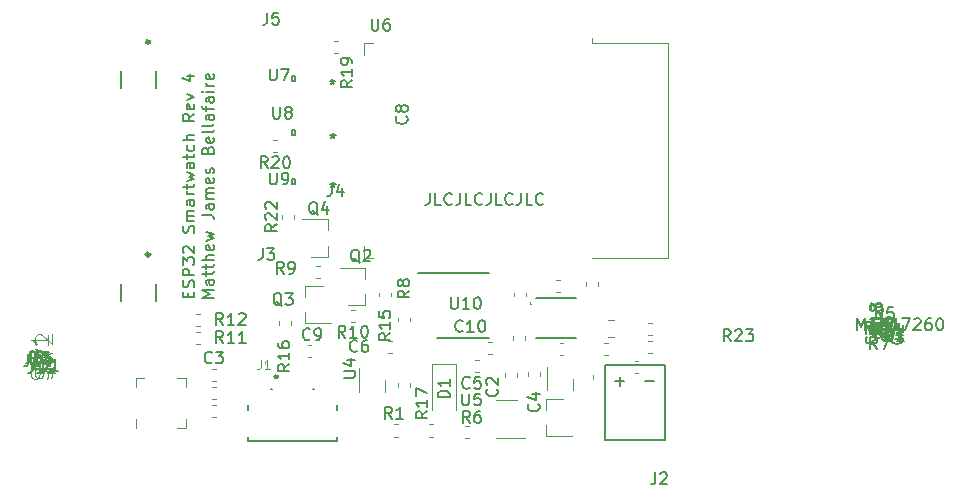
<source format=gbr>
G04 #@! TF.GenerationSoftware,KiCad,Pcbnew,(5.1.5)-3*
G04 #@! TF.CreationDate,2020-05-11T12:36:13-04:00*
G04 #@! TF.ProjectId,SmartWatch V4,536d6172-7457-4617-9463-682056342e6b,rev?*
G04 #@! TF.SameCoordinates,Original*
G04 #@! TF.FileFunction,Legend,Top*
G04 #@! TF.FilePolarity,Positive*
%FSLAX46Y46*%
G04 Gerber Fmt 4.6, Leading zero omitted, Abs format (unit mm)*
G04 Created by KiCad (PCBNEW (5.1.5)-3) date 2020-05-11 12:36:13*
%MOMM*%
%LPD*%
G04 APERTURE LIST*
%ADD10C,0.150000*%
%ADD11C,0.152400*%
%ADD12C,0.120000*%
%ADD13C,0.127000*%
%ADD14C,0.300000*%
%ADD15C,0.015000*%
G04 APERTURE END LIST*
D10*
X149584352Y-76007980D02*
X149584352Y-76722266D01*
X149536733Y-76865123D01*
X149441495Y-76960361D01*
X149298638Y-77007980D01*
X149203400Y-77007980D01*
X150536733Y-77007980D02*
X150060542Y-77007980D01*
X150060542Y-76007980D01*
X151441495Y-76912742D02*
X151393876Y-76960361D01*
X151251019Y-77007980D01*
X151155780Y-77007980D01*
X151012923Y-76960361D01*
X150917685Y-76865123D01*
X150870066Y-76769885D01*
X150822447Y-76579409D01*
X150822447Y-76436552D01*
X150870066Y-76246076D01*
X150917685Y-76150838D01*
X151012923Y-76055600D01*
X151155780Y-76007980D01*
X151251019Y-76007980D01*
X151393876Y-76055600D01*
X151441495Y-76103219D01*
X152155780Y-76007980D02*
X152155780Y-76722266D01*
X152108161Y-76865123D01*
X152012923Y-76960361D01*
X151870066Y-77007980D01*
X151774828Y-77007980D01*
X153108161Y-77007980D02*
X152631971Y-77007980D01*
X152631971Y-76007980D01*
X154012923Y-76912742D02*
X153965304Y-76960361D01*
X153822447Y-77007980D01*
X153727209Y-77007980D01*
X153584352Y-76960361D01*
X153489114Y-76865123D01*
X153441495Y-76769885D01*
X153393876Y-76579409D01*
X153393876Y-76436552D01*
X153441495Y-76246076D01*
X153489114Y-76150838D01*
X153584352Y-76055600D01*
X153727209Y-76007980D01*
X153822447Y-76007980D01*
X153965304Y-76055600D01*
X154012923Y-76103219D01*
X154727209Y-76007980D02*
X154727209Y-76722266D01*
X154679590Y-76865123D01*
X154584352Y-76960361D01*
X154441495Y-77007980D01*
X154346257Y-77007980D01*
X155679590Y-77007980D02*
X155203400Y-77007980D01*
X155203400Y-76007980D01*
X156584352Y-76912742D02*
X156536733Y-76960361D01*
X156393876Y-77007980D01*
X156298638Y-77007980D01*
X156155780Y-76960361D01*
X156060542Y-76865123D01*
X156012923Y-76769885D01*
X155965304Y-76579409D01*
X155965304Y-76436552D01*
X156012923Y-76246076D01*
X156060542Y-76150838D01*
X156155780Y-76055600D01*
X156298638Y-76007980D01*
X156393876Y-76007980D01*
X156536733Y-76055600D01*
X156584352Y-76103219D01*
X157298638Y-76007980D02*
X157298638Y-76722266D01*
X157251019Y-76865123D01*
X157155780Y-76960361D01*
X157012923Y-77007980D01*
X156917685Y-77007980D01*
X158251019Y-77007980D02*
X157774828Y-77007980D01*
X157774828Y-76007980D01*
X159155780Y-76912742D02*
X159108161Y-76960361D01*
X158965304Y-77007980D01*
X158870066Y-77007980D01*
X158727209Y-76960361D01*
X158631971Y-76865123D01*
X158584352Y-76769885D01*
X158536733Y-76579409D01*
X158536733Y-76436552D01*
X158584352Y-76246076D01*
X158631971Y-76150838D01*
X158727209Y-76055600D01*
X158870066Y-76007980D01*
X158965304Y-76007980D01*
X159108161Y-76055600D01*
X159155780Y-76103219D01*
X129126171Y-84817361D02*
X129126171Y-84484028D01*
X129649980Y-84341171D02*
X129649980Y-84817361D01*
X128649980Y-84817361D01*
X128649980Y-84341171D01*
X129602361Y-83960219D02*
X129649980Y-83817361D01*
X129649980Y-83579266D01*
X129602361Y-83484028D01*
X129554742Y-83436409D01*
X129459504Y-83388790D01*
X129364266Y-83388790D01*
X129269028Y-83436409D01*
X129221409Y-83484028D01*
X129173790Y-83579266D01*
X129126171Y-83769742D01*
X129078552Y-83864980D01*
X129030933Y-83912600D01*
X128935695Y-83960219D01*
X128840457Y-83960219D01*
X128745219Y-83912600D01*
X128697600Y-83864980D01*
X128649980Y-83769742D01*
X128649980Y-83531647D01*
X128697600Y-83388790D01*
X129649980Y-82960219D02*
X128649980Y-82960219D01*
X128649980Y-82579266D01*
X128697600Y-82484028D01*
X128745219Y-82436409D01*
X128840457Y-82388790D01*
X128983314Y-82388790D01*
X129078552Y-82436409D01*
X129126171Y-82484028D01*
X129173790Y-82579266D01*
X129173790Y-82960219D01*
X128649980Y-82055457D02*
X128649980Y-81436409D01*
X129030933Y-81769742D01*
X129030933Y-81626885D01*
X129078552Y-81531647D01*
X129126171Y-81484028D01*
X129221409Y-81436409D01*
X129459504Y-81436409D01*
X129554742Y-81484028D01*
X129602361Y-81531647D01*
X129649980Y-81626885D01*
X129649980Y-81912600D01*
X129602361Y-82007838D01*
X129554742Y-82055457D01*
X128745219Y-81055457D02*
X128697600Y-81007838D01*
X128649980Y-80912600D01*
X128649980Y-80674504D01*
X128697600Y-80579266D01*
X128745219Y-80531647D01*
X128840457Y-80484028D01*
X128935695Y-80484028D01*
X129078552Y-80531647D01*
X129649980Y-81103076D01*
X129649980Y-80484028D01*
X129602361Y-79341171D02*
X129649980Y-79198314D01*
X129649980Y-78960219D01*
X129602361Y-78864980D01*
X129554742Y-78817361D01*
X129459504Y-78769742D01*
X129364266Y-78769742D01*
X129269028Y-78817361D01*
X129221409Y-78864980D01*
X129173790Y-78960219D01*
X129126171Y-79150695D01*
X129078552Y-79245933D01*
X129030933Y-79293552D01*
X128935695Y-79341171D01*
X128840457Y-79341171D01*
X128745219Y-79293552D01*
X128697600Y-79245933D01*
X128649980Y-79150695D01*
X128649980Y-78912600D01*
X128697600Y-78769742D01*
X129649980Y-78341171D02*
X128983314Y-78341171D01*
X129078552Y-78341171D02*
X129030933Y-78293552D01*
X128983314Y-78198314D01*
X128983314Y-78055457D01*
X129030933Y-77960219D01*
X129126171Y-77912600D01*
X129649980Y-77912600D01*
X129126171Y-77912600D02*
X129030933Y-77864980D01*
X128983314Y-77769742D01*
X128983314Y-77626885D01*
X129030933Y-77531647D01*
X129126171Y-77484028D01*
X129649980Y-77484028D01*
X129649980Y-76579266D02*
X129126171Y-76579266D01*
X129030933Y-76626885D01*
X128983314Y-76722123D01*
X128983314Y-76912600D01*
X129030933Y-77007838D01*
X129602361Y-76579266D02*
X129649980Y-76674504D01*
X129649980Y-76912600D01*
X129602361Y-77007838D01*
X129507123Y-77055457D01*
X129411885Y-77055457D01*
X129316647Y-77007838D01*
X129269028Y-76912600D01*
X129269028Y-76674504D01*
X129221409Y-76579266D01*
X129649980Y-76103076D02*
X128983314Y-76103076D01*
X129173790Y-76103076D02*
X129078552Y-76055457D01*
X129030933Y-76007838D01*
X128983314Y-75912600D01*
X128983314Y-75817361D01*
X128983314Y-75626885D02*
X128983314Y-75245933D01*
X128649980Y-75484028D02*
X129507123Y-75484028D01*
X129602361Y-75436409D01*
X129649980Y-75341171D01*
X129649980Y-75245933D01*
X128983314Y-75007838D02*
X129649980Y-74817361D01*
X129173790Y-74626885D01*
X129649980Y-74436409D01*
X128983314Y-74245933D01*
X129649980Y-73436409D02*
X129126171Y-73436409D01*
X129030933Y-73484028D01*
X128983314Y-73579266D01*
X128983314Y-73769742D01*
X129030933Y-73864980D01*
X129602361Y-73436409D02*
X129649980Y-73531647D01*
X129649980Y-73769742D01*
X129602361Y-73864980D01*
X129507123Y-73912600D01*
X129411885Y-73912600D01*
X129316647Y-73864980D01*
X129269028Y-73769742D01*
X129269028Y-73531647D01*
X129221409Y-73436409D01*
X128983314Y-73103076D02*
X128983314Y-72722123D01*
X128649980Y-72960219D02*
X129507123Y-72960219D01*
X129602361Y-72912600D01*
X129649980Y-72817361D01*
X129649980Y-72722123D01*
X129602361Y-71960219D02*
X129649980Y-72055457D01*
X129649980Y-72245933D01*
X129602361Y-72341171D01*
X129554742Y-72388790D01*
X129459504Y-72436409D01*
X129173790Y-72436409D01*
X129078552Y-72388790D01*
X129030933Y-72341171D01*
X128983314Y-72245933D01*
X128983314Y-72055457D01*
X129030933Y-71960219D01*
X129649980Y-71531647D02*
X128649980Y-71531647D01*
X129649980Y-71103076D02*
X129126171Y-71103076D01*
X129030933Y-71150695D01*
X128983314Y-71245933D01*
X128983314Y-71388790D01*
X129030933Y-71484028D01*
X129078552Y-71531647D01*
X129649980Y-69293552D02*
X129173790Y-69626885D01*
X129649980Y-69864980D02*
X128649980Y-69864980D01*
X128649980Y-69484028D01*
X128697600Y-69388790D01*
X128745219Y-69341171D01*
X128840457Y-69293552D01*
X128983314Y-69293552D01*
X129078552Y-69341171D01*
X129126171Y-69388790D01*
X129173790Y-69484028D01*
X129173790Y-69864980D01*
X129602361Y-68484028D02*
X129649980Y-68579266D01*
X129649980Y-68769742D01*
X129602361Y-68864980D01*
X129507123Y-68912600D01*
X129126171Y-68912600D01*
X129030933Y-68864980D01*
X128983314Y-68769742D01*
X128983314Y-68579266D01*
X129030933Y-68484028D01*
X129126171Y-68436409D01*
X129221409Y-68436409D01*
X129316647Y-68912600D01*
X128983314Y-68103076D02*
X129649980Y-67864980D01*
X128983314Y-67626885D01*
X128983314Y-66055457D02*
X129649980Y-66055457D01*
X128602361Y-66293552D02*
X129316647Y-66531647D01*
X129316647Y-65912600D01*
X131299980Y-84888790D02*
X130299980Y-84888790D01*
X131014266Y-84555457D01*
X130299980Y-84222123D01*
X131299980Y-84222123D01*
X131299980Y-83317361D02*
X130776171Y-83317361D01*
X130680933Y-83364980D01*
X130633314Y-83460219D01*
X130633314Y-83650695D01*
X130680933Y-83745933D01*
X131252361Y-83317361D02*
X131299980Y-83412600D01*
X131299980Y-83650695D01*
X131252361Y-83745933D01*
X131157123Y-83793552D01*
X131061885Y-83793552D01*
X130966647Y-83745933D01*
X130919028Y-83650695D01*
X130919028Y-83412600D01*
X130871409Y-83317361D01*
X130633314Y-82984028D02*
X130633314Y-82603076D01*
X130299980Y-82841171D02*
X131157123Y-82841171D01*
X131252361Y-82793552D01*
X131299980Y-82698314D01*
X131299980Y-82603076D01*
X130633314Y-82412600D02*
X130633314Y-82031647D01*
X130299980Y-82269742D02*
X131157123Y-82269742D01*
X131252361Y-82222123D01*
X131299980Y-82126885D01*
X131299980Y-82031647D01*
X131299980Y-81698314D02*
X130299980Y-81698314D01*
X131299980Y-81269742D02*
X130776171Y-81269742D01*
X130680933Y-81317361D01*
X130633314Y-81412600D01*
X130633314Y-81555457D01*
X130680933Y-81650695D01*
X130728552Y-81698314D01*
X131252361Y-80412600D02*
X131299980Y-80507838D01*
X131299980Y-80698314D01*
X131252361Y-80793552D01*
X131157123Y-80841171D01*
X130776171Y-80841171D01*
X130680933Y-80793552D01*
X130633314Y-80698314D01*
X130633314Y-80507838D01*
X130680933Y-80412600D01*
X130776171Y-80364980D01*
X130871409Y-80364980D01*
X130966647Y-80841171D01*
X130633314Y-80031647D02*
X131299980Y-79841171D01*
X130823790Y-79650695D01*
X131299980Y-79460219D01*
X130633314Y-79269742D01*
X130299980Y-77841171D02*
X131014266Y-77841171D01*
X131157123Y-77888790D01*
X131252361Y-77984028D01*
X131299980Y-78126885D01*
X131299980Y-78222123D01*
X131299980Y-76936409D02*
X130776171Y-76936409D01*
X130680933Y-76984028D01*
X130633314Y-77079266D01*
X130633314Y-77269742D01*
X130680933Y-77364980D01*
X131252361Y-76936409D02*
X131299980Y-77031647D01*
X131299980Y-77269742D01*
X131252361Y-77364980D01*
X131157123Y-77412600D01*
X131061885Y-77412600D01*
X130966647Y-77364980D01*
X130919028Y-77269742D01*
X130919028Y-77031647D01*
X130871409Y-76936409D01*
X131299980Y-76460219D02*
X130633314Y-76460219D01*
X130728552Y-76460219D02*
X130680933Y-76412600D01*
X130633314Y-76317361D01*
X130633314Y-76174504D01*
X130680933Y-76079266D01*
X130776171Y-76031647D01*
X131299980Y-76031647D01*
X130776171Y-76031647D02*
X130680933Y-75984028D01*
X130633314Y-75888790D01*
X130633314Y-75745933D01*
X130680933Y-75650695D01*
X130776171Y-75603076D01*
X131299980Y-75603076D01*
X131252361Y-74745933D02*
X131299980Y-74841171D01*
X131299980Y-75031647D01*
X131252361Y-75126885D01*
X131157123Y-75174504D01*
X130776171Y-75174504D01*
X130680933Y-75126885D01*
X130633314Y-75031647D01*
X130633314Y-74841171D01*
X130680933Y-74745933D01*
X130776171Y-74698314D01*
X130871409Y-74698314D01*
X130966647Y-75174504D01*
X131252361Y-74317361D02*
X131299980Y-74222123D01*
X131299980Y-74031647D01*
X131252361Y-73936409D01*
X131157123Y-73888790D01*
X131109504Y-73888790D01*
X131014266Y-73936409D01*
X130966647Y-74031647D01*
X130966647Y-74174504D01*
X130919028Y-74269742D01*
X130823790Y-74317361D01*
X130776171Y-74317361D01*
X130680933Y-74269742D01*
X130633314Y-74174504D01*
X130633314Y-74031647D01*
X130680933Y-73936409D01*
X130776171Y-72364980D02*
X130823790Y-72222123D01*
X130871409Y-72174504D01*
X130966647Y-72126885D01*
X131109504Y-72126885D01*
X131204742Y-72174504D01*
X131252361Y-72222123D01*
X131299980Y-72317361D01*
X131299980Y-72698314D01*
X130299980Y-72698314D01*
X130299980Y-72364980D01*
X130347600Y-72269742D01*
X130395219Y-72222123D01*
X130490457Y-72174504D01*
X130585695Y-72174504D01*
X130680933Y-72222123D01*
X130728552Y-72269742D01*
X130776171Y-72364980D01*
X130776171Y-72698314D01*
X131252361Y-71317361D02*
X131299980Y-71412600D01*
X131299980Y-71603076D01*
X131252361Y-71698314D01*
X131157123Y-71745933D01*
X130776171Y-71745933D01*
X130680933Y-71698314D01*
X130633314Y-71603076D01*
X130633314Y-71412600D01*
X130680933Y-71317361D01*
X130776171Y-71269742D01*
X130871409Y-71269742D01*
X130966647Y-71745933D01*
X131299980Y-70698314D02*
X131252361Y-70793552D01*
X131157123Y-70841171D01*
X130299980Y-70841171D01*
X131299980Y-70174504D02*
X131252361Y-70269742D01*
X131157123Y-70317361D01*
X130299980Y-70317361D01*
X131299980Y-69364980D02*
X130776171Y-69364980D01*
X130680933Y-69412600D01*
X130633314Y-69507838D01*
X130633314Y-69698314D01*
X130680933Y-69793552D01*
X131252361Y-69364980D02*
X131299980Y-69460219D01*
X131299980Y-69698314D01*
X131252361Y-69793552D01*
X131157123Y-69841171D01*
X131061885Y-69841171D01*
X130966647Y-69793552D01*
X130919028Y-69698314D01*
X130919028Y-69460219D01*
X130871409Y-69364980D01*
X130633314Y-69031647D02*
X130633314Y-68650695D01*
X131299980Y-68888790D02*
X130442838Y-68888790D01*
X130347600Y-68841171D01*
X130299980Y-68745933D01*
X130299980Y-68650695D01*
X131299980Y-67888790D02*
X130776171Y-67888790D01*
X130680933Y-67936409D01*
X130633314Y-68031647D01*
X130633314Y-68222123D01*
X130680933Y-68317361D01*
X131252361Y-67888790D02*
X131299980Y-67984028D01*
X131299980Y-68222123D01*
X131252361Y-68317361D01*
X131157123Y-68364980D01*
X131061885Y-68364980D01*
X130966647Y-68317361D01*
X130919028Y-68222123D01*
X130919028Y-67984028D01*
X130871409Y-67888790D01*
X131299980Y-67412600D02*
X130633314Y-67412600D01*
X130299980Y-67412600D02*
X130347600Y-67460219D01*
X130395219Y-67412600D01*
X130347600Y-67364980D01*
X130299980Y-67412600D01*
X130395219Y-67412600D01*
X131299980Y-66936409D02*
X130633314Y-66936409D01*
X130823790Y-66936409D02*
X130728552Y-66888790D01*
X130680933Y-66841171D01*
X130633314Y-66745933D01*
X130633314Y-66650695D01*
X131252361Y-65936409D02*
X131299980Y-66031647D01*
X131299980Y-66222123D01*
X131252361Y-66317361D01*
X131157123Y-66364980D01*
X130776171Y-66364980D01*
X130680933Y-66317361D01*
X130633314Y-66222123D01*
X130633314Y-66031647D01*
X130680933Y-65936409D01*
X130776171Y-65888790D01*
X130871409Y-65888790D01*
X130966647Y-66364980D01*
D11*
X158175042Y-85413949D02*
G75*
G03X158118200Y-85287000I-56842J50749D01*
G01*
X161950400Y-84886800D02*
X158597600Y-84886800D01*
X158597600Y-88239600D02*
X161950400Y-88239600D01*
D12*
X165183078Y-86767600D02*
X164665922Y-86767600D01*
X165183078Y-88187600D02*
X164665922Y-88187600D01*
X164302121Y-89689400D02*
X164627679Y-89689400D01*
X164302121Y-88669400D02*
X164627679Y-88669400D01*
X131455279Y-92454000D02*
X131129721Y-92454000D01*
X131455279Y-93474000D02*
X131129721Y-93474000D01*
X131455279Y-93978000D02*
X131129721Y-93978000D01*
X131455279Y-94998000D02*
X131129721Y-94998000D01*
X124686800Y-95161800D02*
X124686800Y-95886800D01*
X128906800Y-91666800D02*
X128181800Y-91666800D01*
X128906800Y-92391800D02*
X128906800Y-91666800D01*
X128906800Y-95886800D02*
X128181800Y-95886800D01*
X128906800Y-95161800D02*
X128906800Y-95886800D01*
X124686800Y-91666800D02*
X125411800Y-91666800D01*
X124686800Y-92391800D02*
X124686800Y-91666800D01*
D10*
X148625000Y-82750000D02*
X154600000Y-82750000D01*
X150200000Y-88275000D02*
X154600000Y-88275000D01*
D11*
X138166400Y-75190500D02*
X137912400Y-75190500D01*
X138166400Y-74809500D02*
X138166400Y-75190500D01*
X137912400Y-74809500D02*
X138166400Y-74809500D01*
X137912400Y-75190500D02*
X137912400Y-74809500D01*
X138166400Y-71040500D02*
X137912400Y-71040500D01*
X138166400Y-70659500D02*
X138166400Y-71040500D01*
X137912400Y-70659500D02*
X138166400Y-70659500D01*
X137912400Y-71040500D02*
X137912400Y-70659500D01*
X138140300Y-66490499D02*
X137886300Y-66490499D01*
X138140300Y-66109499D02*
X138140300Y-66490499D01*
X137886300Y-66109499D02*
X138140300Y-66109499D01*
X137886300Y-66490499D02*
X137886300Y-66109499D01*
D12*
X163295000Y-63280000D02*
X163295000Y-62900000D01*
X169715000Y-63280000D02*
X163295000Y-63280000D01*
X169715000Y-81520000D02*
X163295000Y-81520000D01*
X169715000Y-63280000D02*
X169715000Y-81520000D01*
X143970000Y-81520000D02*
X143970000Y-80520000D01*
X144750000Y-81520000D02*
X143970000Y-81520000D01*
X143970000Y-63280000D02*
X143970000Y-64280000D01*
X144750000Y-63280000D02*
X143970000Y-63280000D01*
X155200000Y-96760000D02*
X157650000Y-96760000D01*
X157000000Y-93540000D02*
X155200000Y-93540000D01*
X143578800Y-90800000D02*
X143578800Y-92800000D01*
X145798800Y-91800000D02*
X145798800Y-92800000D01*
X161710000Y-91700000D02*
X161710000Y-92700000D01*
X159490000Y-90700000D02*
X159490000Y-92700000D01*
D13*
X126375000Y-83666000D02*
X126375000Y-85134000D01*
X123475000Y-85134000D02*
X123475000Y-83666000D01*
D14*
X125866419Y-81200000D02*
G75*
G03X125866419Y-81200000I-141419J0D01*
G01*
D13*
X126375000Y-65666000D02*
X126375000Y-67134000D01*
X123475000Y-67134000D02*
X123475000Y-65666000D01*
D14*
X125866419Y-63200000D02*
G75*
G03X125866419Y-63200000I-141419J0D01*
G01*
D12*
X137090000Y-77837221D02*
X137090000Y-78162779D01*
X138110000Y-77837221D02*
X138110000Y-78162779D01*
X157660000Y-88462779D02*
X157660000Y-88137221D01*
X156640000Y-88462779D02*
X156640000Y-88137221D01*
X136650279Y-71490000D02*
X136324721Y-71490000D01*
X136650279Y-72510000D02*
X136324721Y-72510000D01*
X141775279Y-63090000D02*
X141449721Y-63090000D01*
X141775279Y-64110000D02*
X141449721Y-64110000D01*
X162812000Y-83530121D02*
X162812000Y-83855679D01*
X163832000Y-83530121D02*
X163832000Y-83855679D01*
X149549721Y-96610000D02*
X149875279Y-96610000D01*
X149549721Y-95590000D02*
X149875279Y-95590000D01*
X137810000Y-87150279D02*
X137810000Y-86824721D01*
X136790000Y-87150279D02*
X136790000Y-86824721D01*
X146310000Y-84750279D02*
X146310000Y-84424721D01*
X145290000Y-84750279D02*
X145290000Y-84424721D01*
X160263521Y-84380800D02*
X160589079Y-84380800D01*
X160263521Y-83360800D02*
X160589079Y-83360800D01*
X156716000Y-84424721D02*
X156716000Y-84750279D01*
X157736000Y-84424721D02*
X157736000Y-84750279D01*
X130083879Y-86205600D02*
X129758321Y-86205600D01*
X130083879Y-87225600D02*
X129758321Y-87225600D01*
X130083879Y-87729600D02*
X129758321Y-87729600D01*
X130083879Y-88749600D02*
X129758321Y-88749600D01*
X142889921Y-86930960D02*
X143215479Y-86930960D01*
X142889921Y-85910960D02*
X143215479Y-85910960D01*
X140312779Y-82190000D02*
X139987221Y-82190000D01*
X140312779Y-83210000D02*
X139987221Y-83210000D01*
X146890000Y-86537221D02*
X146890000Y-86862779D01*
X147910000Y-86537221D02*
X147910000Y-86862779D01*
X160899479Y-88690000D02*
X160573921Y-88690000D01*
X160899479Y-89710000D02*
X160573921Y-89710000D01*
X152872559Y-95720440D02*
X152547001Y-95720440D01*
X152872559Y-96740440D02*
X152547001Y-96740440D01*
X168412279Y-88517000D02*
X168086721Y-88517000D01*
X168412279Y-89537000D02*
X168086721Y-89537000D01*
X168086721Y-88013000D02*
X168412279Y-88013000D01*
X168086721Y-86993000D02*
X168412279Y-86993000D01*
X146850279Y-95590000D02*
X146524721Y-95590000D01*
X146850279Y-96610000D02*
X146524721Y-96610000D01*
X140960000Y-81380000D02*
X139500000Y-81380000D01*
X140960000Y-78220000D02*
X138800000Y-78220000D01*
X140960000Y-78220000D02*
X140960000Y-79150000D01*
X140960000Y-81380000D02*
X140960000Y-80450000D01*
X139040000Y-83830000D02*
X140500000Y-83830000D01*
X139040000Y-86990000D02*
X141200000Y-86990000D01*
X139040000Y-86990000D02*
X139040000Y-86060000D01*
X139040000Y-83830000D02*
X139040000Y-84760000D01*
X144121920Y-85481320D02*
X142661920Y-85481320D01*
X144121920Y-82321320D02*
X141961920Y-82321320D01*
X144121920Y-82321320D02*
X144121920Y-83251320D01*
X144121920Y-85481320D02*
X144121920Y-84551320D01*
X159440000Y-93420000D02*
X160900000Y-93420000D01*
X159440000Y-96580000D02*
X161600000Y-96580000D01*
X159440000Y-96580000D02*
X159440000Y-95650000D01*
X159440000Y-93420000D02*
X159440000Y-94350000D01*
D10*
X169470000Y-96940000D02*
X164390000Y-96940000D01*
X164390000Y-96940000D02*
X164390000Y-90590000D01*
X164390000Y-90590000D02*
X169470000Y-90590000D01*
X169470000Y-90590000D02*
X169470000Y-96940000D01*
D13*
X134221600Y-93979000D02*
X134221600Y-94329000D01*
X141721600Y-93979000D02*
X141721600Y-94329000D01*
X134221600Y-96679000D02*
X134221600Y-96954000D01*
X134221600Y-96954000D02*
X141721600Y-96954000D01*
X141721600Y-96954000D02*
X141721600Y-96679000D01*
X136141600Y-92604000D02*
X136251600Y-92604000D01*
X139691600Y-92604000D02*
X139801600Y-92604000D01*
D14*
X136671600Y-91529000D02*
G75*
G03X136671600Y-91529000I-100000J0D01*
G01*
D12*
X151800000Y-90500000D02*
X151800000Y-94400000D01*
X149800000Y-90500000D02*
X149800000Y-94400000D01*
X151800000Y-90500000D02*
X149800000Y-90500000D01*
X154812779Y-88644000D02*
X154487221Y-88644000D01*
X154812779Y-89664000D02*
X154487221Y-89664000D01*
X139562779Y-88890000D02*
X139237221Y-88890000D01*
X139562779Y-89910000D02*
X139237221Y-89910000D01*
X147906200Y-92415479D02*
X147906200Y-92089921D01*
X146886200Y-92415479D02*
X146886200Y-92089921D01*
X166924721Y-91210000D02*
X167250279Y-91210000D01*
X166924721Y-90190000D02*
X167250279Y-90190000D01*
X146037221Y-89510000D02*
X146362779Y-89510000D01*
X146037221Y-88490000D02*
X146362779Y-88490000D01*
X153759279Y-90168000D02*
X153433721Y-90168000D01*
X153759279Y-91188000D02*
X153433721Y-91188000D01*
X158910000Y-91450279D02*
X158910000Y-91124721D01*
X157890000Y-91450279D02*
X157890000Y-91124721D01*
X131129921Y-91899200D02*
X131455479Y-91899200D01*
X131129921Y-90879200D02*
X131455479Y-90879200D01*
X156974000Y-91577279D02*
X156974000Y-91251721D01*
X155954000Y-91577279D02*
X155954000Y-91251721D01*
X164410000Y-91750279D02*
X164410000Y-91424721D01*
X163390000Y-91750279D02*
X163390000Y-91424721D01*
D10*
X187807695Y-86599780D02*
X187807695Y-87409304D01*
X187855314Y-87504542D01*
X187902933Y-87552161D01*
X187998171Y-87599780D01*
X188188647Y-87599780D01*
X188283885Y-87552161D01*
X188331504Y-87504542D01*
X188379123Y-87409304D01*
X188379123Y-86599780D01*
X189379123Y-87599780D02*
X188807695Y-87599780D01*
X189093409Y-87599780D02*
X189093409Y-86599780D01*
X188998171Y-86742638D01*
X188902933Y-86837876D01*
X188807695Y-86885495D01*
X185763352Y-87599780D02*
X185763352Y-86599780D01*
X186096685Y-87314066D01*
X186430019Y-86599780D01*
X186430019Y-87599780D01*
X186858590Y-87314066D02*
X187334780Y-87314066D01*
X186763352Y-87599780D02*
X187096685Y-86599780D01*
X187430019Y-87599780D01*
X187668114Y-86599780D02*
X188334780Y-87599780D01*
X188334780Y-86599780D02*
X187668114Y-87599780D01*
X189239542Y-87599780D02*
X188668114Y-87599780D01*
X188953828Y-87599780D02*
X188953828Y-86599780D01*
X188858590Y-86742638D01*
X188763352Y-86837876D01*
X188668114Y-86885495D01*
X189572876Y-86599780D02*
X190239542Y-86599780D01*
X189810971Y-87599780D01*
X190572876Y-86695019D02*
X190620495Y-86647400D01*
X190715733Y-86599780D01*
X190953828Y-86599780D01*
X191049066Y-86647400D01*
X191096685Y-86695019D01*
X191144304Y-86790257D01*
X191144304Y-86885495D01*
X191096685Y-87028352D01*
X190525257Y-87599780D01*
X191144304Y-87599780D01*
X192001447Y-86599780D02*
X191810971Y-86599780D01*
X191715733Y-86647400D01*
X191668114Y-86695019D01*
X191572876Y-86837876D01*
X191525257Y-87028352D01*
X191525257Y-87409304D01*
X191572876Y-87504542D01*
X191620495Y-87552161D01*
X191715733Y-87599780D01*
X191906209Y-87599780D01*
X192001447Y-87552161D01*
X192049066Y-87504542D01*
X192096685Y-87409304D01*
X192096685Y-87171209D01*
X192049066Y-87075971D01*
X192001447Y-87028352D01*
X191906209Y-86980733D01*
X191715733Y-86980733D01*
X191620495Y-87028352D01*
X191572876Y-87075971D01*
X191525257Y-87171209D01*
X192715733Y-86599780D02*
X192810971Y-86599780D01*
X192906209Y-86647400D01*
X192953828Y-86695019D01*
X193001447Y-86790257D01*
X193049066Y-86980733D01*
X193049066Y-87218828D01*
X193001447Y-87409304D01*
X192953828Y-87504542D01*
X192906209Y-87552161D01*
X192810971Y-87599780D01*
X192715733Y-87599780D01*
X192620495Y-87552161D01*
X192572876Y-87504542D01*
X192525257Y-87409304D01*
X192477638Y-87218828D01*
X192477638Y-86980733D01*
X192525257Y-86790257D01*
X192572876Y-86695019D01*
X192620495Y-86647400D01*
X192715733Y-86599780D01*
X188468000Y-86904580D02*
X188468000Y-87142676D01*
X188229904Y-87047438D02*
X188468000Y-87142676D01*
X188706095Y-87047438D01*
X188325142Y-87333152D02*
X188468000Y-87142676D01*
X188610857Y-87333152D01*
X175048942Y-88539580D02*
X174715609Y-88063390D01*
X174477514Y-88539580D02*
X174477514Y-87539580D01*
X174858466Y-87539580D01*
X174953704Y-87587200D01*
X175001323Y-87634819D01*
X175048942Y-87730057D01*
X175048942Y-87872914D01*
X175001323Y-87968152D01*
X174953704Y-88015771D01*
X174858466Y-88063390D01*
X174477514Y-88063390D01*
X175429895Y-87634819D02*
X175477514Y-87587200D01*
X175572752Y-87539580D01*
X175810847Y-87539580D01*
X175906085Y-87587200D01*
X175953704Y-87634819D01*
X176001323Y-87730057D01*
X176001323Y-87825295D01*
X175953704Y-87968152D01*
X175382276Y-88539580D01*
X176001323Y-88539580D01*
X176334657Y-87539580D02*
X176953704Y-87539580D01*
X176620371Y-87920533D01*
X176763228Y-87920533D01*
X176858466Y-87968152D01*
X176906085Y-88015771D01*
X176953704Y-88111009D01*
X176953704Y-88349104D01*
X176906085Y-88444342D01*
X176858466Y-88491961D01*
X176763228Y-88539580D01*
X176477514Y-88539580D01*
X176382276Y-88491961D01*
X176334657Y-88444342D01*
X187672542Y-88215742D02*
X187624923Y-88263361D01*
X187482066Y-88310980D01*
X187386828Y-88310980D01*
X187243971Y-88263361D01*
X187148733Y-88168123D01*
X187101114Y-88072885D01*
X187053495Y-87882409D01*
X187053495Y-87739552D01*
X187101114Y-87549076D01*
X187148733Y-87453838D01*
X187243971Y-87358600D01*
X187386828Y-87310980D01*
X187482066Y-87310980D01*
X187624923Y-87358600D01*
X187672542Y-87406219D01*
X188624923Y-88310980D02*
X188053495Y-88310980D01*
X188339209Y-88310980D02*
X188339209Y-87310980D01*
X188243971Y-87453838D01*
X188148733Y-87549076D01*
X188053495Y-87596695D01*
X189577304Y-88310980D02*
X189005876Y-88310980D01*
X189291590Y-88310980D02*
X189291590Y-87310980D01*
X189196352Y-87453838D01*
X189101114Y-87549076D01*
X189005876Y-87596695D01*
X116673333Y-90876380D02*
X116340000Y-90400190D01*
X116101904Y-90876380D02*
X116101904Y-89876380D01*
X116482857Y-89876380D01*
X116578095Y-89924000D01*
X116625714Y-89971619D01*
X116673333Y-90066857D01*
X116673333Y-90209714D01*
X116625714Y-90304952D01*
X116578095Y-90352571D01*
X116482857Y-90400190D01*
X116101904Y-90400190D01*
X117054285Y-89971619D02*
X117101904Y-89924000D01*
X117197142Y-89876380D01*
X117435238Y-89876380D01*
X117530476Y-89924000D01*
X117578095Y-89971619D01*
X117625714Y-90066857D01*
X117625714Y-90162095D01*
X117578095Y-90304952D01*
X117006666Y-90876380D01*
X117625714Y-90876380D01*
X116393933Y-90444580D02*
X116060600Y-89968390D01*
X115822504Y-90444580D02*
X115822504Y-89444580D01*
X116203457Y-89444580D01*
X116298695Y-89492200D01*
X116346314Y-89539819D01*
X116393933Y-89635057D01*
X116393933Y-89777914D01*
X116346314Y-89873152D01*
X116298695Y-89920771D01*
X116203457Y-89968390D01*
X115822504Y-89968390D01*
X116727266Y-89444580D02*
X117346314Y-89444580D01*
X117012980Y-89825533D01*
X117155838Y-89825533D01*
X117251076Y-89873152D01*
X117298695Y-89920771D01*
X117346314Y-90016009D01*
X117346314Y-90254104D01*
X117298695Y-90349342D01*
X117251076Y-90396961D01*
X117155838Y-90444580D01*
X116870123Y-90444580D01*
X116774885Y-90396961D01*
X116727266Y-90349342D01*
X116165380Y-90906504D02*
X116974904Y-90906504D01*
X117070142Y-90858885D01*
X117117761Y-90811266D01*
X117165380Y-90716028D01*
X117165380Y-90525552D01*
X117117761Y-90430314D01*
X117070142Y-90382695D01*
X116974904Y-90335076D01*
X116165380Y-90335076D01*
X116260619Y-89906504D02*
X116213000Y-89858885D01*
X116165380Y-89763647D01*
X116165380Y-89525552D01*
X116213000Y-89430314D01*
X116260619Y-89382695D01*
X116355857Y-89335076D01*
X116451095Y-89335076D01*
X116593952Y-89382695D01*
X117165380Y-89954123D01*
X117165380Y-89335076D01*
X151361904Y-84802380D02*
X151361904Y-85611904D01*
X151409523Y-85707142D01*
X151457142Y-85754761D01*
X151552380Y-85802380D01*
X151742857Y-85802380D01*
X151838095Y-85754761D01*
X151885714Y-85707142D01*
X151933333Y-85611904D01*
X151933333Y-84802380D01*
X152933333Y-85802380D02*
X152361904Y-85802380D01*
X152647619Y-85802380D02*
X152647619Y-84802380D01*
X152552380Y-84945238D01*
X152457142Y-85040476D01*
X152361904Y-85088095D01*
X153552380Y-84802380D02*
X153647619Y-84802380D01*
X153742857Y-84850000D01*
X153790476Y-84897619D01*
X153838095Y-84992857D01*
X153885714Y-85183333D01*
X153885714Y-85421428D01*
X153838095Y-85611904D01*
X153790476Y-85707142D01*
X153742857Y-85754761D01*
X153647619Y-85802380D01*
X153552380Y-85802380D01*
X153457142Y-85754761D01*
X153409523Y-85707142D01*
X153361904Y-85611904D01*
X153314285Y-85421428D01*
X153314285Y-85183333D01*
X153361904Y-84992857D01*
X153409523Y-84897619D01*
X153457142Y-84850000D01*
X153552380Y-84802380D01*
X136042495Y-74255380D02*
X136042495Y-75064904D01*
X136090114Y-75160142D01*
X136137733Y-75207761D01*
X136232971Y-75255380D01*
X136423447Y-75255380D01*
X136518685Y-75207761D01*
X136566304Y-75160142D01*
X136613923Y-75064904D01*
X136613923Y-74255380D01*
X137137733Y-75255380D02*
X137328209Y-75255380D01*
X137423447Y-75207761D01*
X137471066Y-75160142D01*
X137566304Y-75017285D01*
X137613923Y-74826809D01*
X137613923Y-74445857D01*
X137566304Y-74350619D01*
X137518685Y-74303000D01*
X137423447Y-74255380D01*
X137232971Y-74255380D01*
X137137733Y-74303000D01*
X137090114Y-74350619D01*
X137042495Y-74445857D01*
X137042495Y-74683952D01*
X137090114Y-74779190D01*
X137137733Y-74826809D01*
X137232971Y-74874428D01*
X137423447Y-74874428D01*
X137518685Y-74826809D01*
X137566304Y-74779190D01*
X137613923Y-74683952D01*
X141366800Y-75052381D02*
X141366800Y-75290477D01*
X141128704Y-75195239D02*
X141366800Y-75290477D01*
X141604895Y-75195239D01*
X141223942Y-75480953D02*
X141366800Y-75290477D01*
X141509657Y-75480953D01*
X141366800Y-75052381D02*
X141366800Y-75290477D01*
X141128704Y-75195239D02*
X141366800Y-75290477D01*
X141604895Y-75195239D01*
X141223942Y-75480953D02*
X141366800Y-75290477D01*
X141509657Y-75480953D01*
X136321895Y-68692780D02*
X136321895Y-69502304D01*
X136369514Y-69597542D01*
X136417133Y-69645161D01*
X136512371Y-69692780D01*
X136702847Y-69692780D01*
X136798085Y-69645161D01*
X136845704Y-69597542D01*
X136893323Y-69502304D01*
X136893323Y-68692780D01*
X137512371Y-69121352D02*
X137417133Y-69073733D01*
X137369514Y-69026114D01*
X137321895Y-68930876D01*
X137321895Y-68883257D01*
X137369514Y-68788019D01*
X137417133Y-68740400D01*
X137512371Y-68692780D01*
X137702847Y-68692780D01*
X137798085Y-68740400D01*
X137845704Y-68788019D01*
X137893323Y-68883257D01*
X137893323Y-68930876D01*
X137845704Y-69026114D01*
X137798085Y-69073733D01*
X137702847Y-69121352D01*
X137512371Y-69121352D01*
X137417133Y-69168971D01*
X137369514Y-69216590D01*
X137321895Y-69311828D01*
X137321895Y-69502304D01*
X137369514Y-69597542D01*
X137417133Y-69645161D01*
X137512371Y-69692780D01*
X137702847Y-69692780D01*
X137798085Y-69645161D01*
X137845704Y-69597542D01*
X137893323Y-69502304D01*
X137893323Y-69311828D01*
X137845704Y-69216590D01*
X137798085Y-69168971D01*
X137702847Y-69121352D01*
X141366800Y-70902381D02*
X141366800Y-71140477D01*
X141128704Y-71045239D02*
X141366800Y-71140477D01*
X141604895Y-71045239D01*
X141223942Y-71330953D02*
X141366800Y-71140477D01*
X141509657Y-71330953D01*
X141366800Y-70902381D02*
X141366800Y-71140477D01*
X141128704Y-71045239D02*
X141366800Y-71140477D01*
X141604895Y-71045239D01*
X141223942Y-71330953D02*
X141366800Y-71140477D01*
X141509657Y-71330953D01*
X136038095Y-65452380D02*
X136038095Y-66261904D01*
X136085714Y-66357142D01*
X136133333Y-66404761D01*
X136228571Y-66452380D01*
X136419047Y-66452380D01*
X136514285Y-66404761D01*
X136561904Y-66357142D01*
X136609523Y-66261904D01*
X136609523Y-65452380D01*
X136990476Y-65452380D02*
X137657142Y-65452380D01*
X137228571Y-66452380D01*
X141340700Y-66352380D02*
X141340700Y-66590476D01*
X141102604Y-66495238D02*
X141340700Y-66590476D01*
X141578795Y-66495238D01*
X141197842Y-66780952D02*
X141340700Y-66590476D01*
X141483557Y-66780952D01*
X141340700Y-66352380D02*
X141340700Y-66590476D01*
X141102604Y-66495238D02*
X141340700Y-66590476D01*
X141578795Y-66495238D01*
X141197842Y-66780952D02*
X141340700Y-66590476D01*
X141483557Y-66780952D01*
X144658095Y-61242380D02*
X144658095Y-62051904D01*
X144705714Y-62147142D01*
X144753333Y-62194761D01*
X144848571Y-62242380D01*
X145039047Y-62242380D01*
X145134285Y-62194761D01*
X145181904Y-62147142D01*
X145229523Y-62051904D01*
X145229523Y-61242380D01*
X146134285Y-61242380D02*
X145943809Y-61242380D01*
X145848571Y-61290000D01*
X145800952Y-61337619D01*
X145705714Y-61480476D01*
X145658095Y-61670952D01*
X145658095Y-62051904D01*
X145705714Y-62147142D01*
X145753333Y-62194761D01*
X145848571Y-62242380D01*
X146039047Y-62242380D01*
X146134285Y-62194761D01*
X146181904Y-62147142D01*
X146229523Y-62051904D01*
X146229523Y-61813809D01*
X146181904Y-61718571D01*
X146134285Y-61670952D01*
X146039047Y-61623333D01*
X145848571Y-61623333D01*
X145753333Y-61670952D01*
X145705714Y-61718571D01*
X145658095Y-61813809D01*
X152323895Y-92975180D02*
X152323895Y-93784704D01*
X152371514Y-93879942D01*
X152419133Y-93927561D01*
X152514371Y-93975180D01*
X152704847Y-93975180D01*
X152800085Y-93927561D01*
X152847704Y-93879942D01*
X152895323Y-93784704D01*
X152895323Y-92975180D01*
X153847704Y-92975180D02*
X153371514Y-92975180D01*
X153323895Y-93451371D01*
X153371514Y-93403752D01*
X153466752Y-93356133D01*
X153704847Y-93356133D01*
X153800085Y-93403752D01*
X153847704Y-93451371D01*
X153895323Y-93546609D01*
X153895323Y-93784704D01*
X153847704Y-93879942D01*
X153800085Y-93927561D01*
X153704847Y-93975180D01*
X153466752Y-93975180D01*
X153371514Y-93927561D01*
X153323895Y-93879942D01*
X142276580Y-91617704D02*
X143086104Y-91617704D01*
X143181342Y-91570085D01*
X143228961Y-91522466D01*
X143276580Y-91427228D01*
X143276580Y-91236752D01*
X143228961Y-91141514D01*
X143181342Y-91093895D01*
X143086104Y-91046276D01*
X142276580Y-91046276D01*
X142609914Y-90141514D02*
X143276580Y-90141514D01*
X142228961Y-90379609D02*
X142943247Y-90617704D01*
X142943247Y-89998657D01*
X187742580Y-88061704D02*
X188552104Y-88061704D01*
X188647342Y-88014085D01*
X188694961Y-87966466D01*
X188742580Y-87871228D01*
X188742580Y-87680752D01*
X188694961Y-87585514D01*
X188647342Y-87537895D01*
X188552104Y-87490276D01*
X187742580Y-87490276D01*
X187742580Y-87109323D02*
X187742580Y-86490276D01*
X188123533Y-86823609D01*
X188123533Y-86680752D01*
X188171152Y-86585514D01*
X188218771Y-86537895D01*
X188314009Y-86490276D01*
X188552104Y-86490276D01*
X188647342Y-86537895D01*
X188694961Y-86585514D01*
X188742580Y-86680752D01*
X188742580Y-86966466D01*
X188694961Y-87061704D01*
X188647342Y-87109323D01*
D15*
X117508919Y-91683218D02*
X117575663Y-91482988D01*
X117575663Y-91149270D01*
X117508919Y-91015783D01*
X117442176Y-90949039D01*
X117308689Y-90882296D01*
X117175202Y-90882296D01*
X117041715Y-90949039D01*
X116974971Y-91015783D01*
X116908228Y-91149270D01*
X116841484Y-91416244D01*
X116774741Y-91549731D01*
X116707997Y-91616475D01*
X116574510Y-91683218D01*
X116441023Y-91683218D01*
X116307536Y-91616475D01*
X116240793Y-91549731D01*
X116174049Y-91416244D01*
X116174049Y-91082526D01*
X116240793Y-90882296D01*
X116174049Y-90415091D02*
X117575663Y-90081374D01*
X116574510Y-89814400D01*
X117575663Y-89547425D01*
X116174049Y-89213708D01*
X116307536Y-88746503D02*
X116240793Y-88679760D01*
X116174049Y-88546273D01*
X116174049Y-88212555D01*
X116240793Y-88079068D01*
X116307536Y-88012324D01*
X116441023Y-87945581D01*
X116574510Y-87945581D01*
X116774741Y-88012324D01*
X117575663Y-88813247D01*
X117575663Y-87945581D01*
X117178719Y-91759418D02*
X117245463Y-91559188D01*
X117245463Y-91225470D01*
X117178719Y-91091983D01*
X117111976Y-91025239D01*
X116978489Y-90958496D01*
X116845002Y-90958496D01*
X116711515Y-91025239D01*
X116644771Y-91091983D01*
X116578028Y-91225470D01*
X116511284Y-91492444D01*
X116444541Y-91625931D01*
X116377797Y-91692675D01*
X116244310Y-91759418D01*
X116110823Y-91759418D01*
X115977336Y-91692675D01*
X115910593Y-91625931D01*
X115843849Y-91492444D01*
X115843849Y-91158726D01*
X115910593Y-90958496D01*
X115843849Y-90491291D02*
X117245463Y-90157574D01*
X116244310Y-89890600D01*
X117245463Y-89623625D01*
X115843849Y-89289908D01*
X117245463Y-88021781D02*
X117245463Y-88822703D01*
X117245463Y-88422242D02*
X115843849Y-88422242D01*
X116044080Y-88555729D01*
X116177567Y-88689216D01*
X116244310Y-88822703D01*
D10*
X136652380Y-78642857D02*
X136176190Y-78976190D01*
X136652380Y-79214285D02*
X135652380Y-79214285D01*
X135652380Y-78833333D01*
X135700000Y-78738095D01*
X135747619Y-78690476D01*
X135842857Y-78642857D01*
X135985714Y-78642857D01*
X136080952Y-78690476D01*
X136128571Y-78738095D01*
X136176190Y-78833333D01*
X136176190Y-79214285D01*
X135747619Y-78261904D02*
X135700000Y-78214285D01*
X135652380Y-78119047D01*
X135652380Y-77880952D01*
X135700000Y-77785714D01*
X135747619Y-77738095D01*
X135842857Y-77690476D01*
X135938095Y-77690476D01*
X136080952Y-77738095D01*
X136652380Y-78309523D01*
X136652380Y-77690476D01*
X135747619Y-77309523D02*
X135700000Y-77261904D01*
X135652380Y-77166666D01*
X135652380Y-76928571D01*
X135700000Y-76833333D01*
X135747619Y-76785714D01*
X135842857Y-76738095D01*
X135938095Y-76738095D01*
X136080952Y-76785714D01*
X136652380Y-77357142D01*
X136652380Y-76738095D01*
X187723542Y-87980780D02*
X187390209Y-87504590D01*
X187152114Y-87980780D02*
X187152114Y-86980780D01*
X187533066Y-86980780D01*
X187628304Y-87028400D01*
X187675923Y-87076019D01*
X187723542Y-87171257D01*
X187723542Y-87314114D01*
X187675923Y-87409352D01*
X187628304Y-87456971D01*
X187533066Y-87504590D01*
X187152114Y-87504590D01*
X188104495Y-87076019D02*
X188152114Y-87028400D01*
X188247352Y-86980780D01*
X188485447Y-86980780D01*
X188580685Y-87028400D01*
X188628304Y-87076019D01*
X188675923Y-87171257D01*
X188675923Y-87266495D01*
X188628304Y-87409352D01*
X188056876Y-87980780D01*
X188675923Y-87980780D01*
X189628304Y-87980780D02*
X189056876Y-87980780D01*
X189342590Y-87980780D02*
X189342590Y-86980780D01*
X189247352Y-87123638D01*
X189152114Y-87218876D01*
X189056876Y-87266495D01*
X135844642Y-73882380D02*
X135511309Y-73406190D01*
X135273214Y-73882380D02*
X135273214Y-72882380D01*
X135654166Y-72882380D01*
X135749404Y-72930000D01*
X135797023Y-72977619D01*
X135844642Y-73072857D01*
X135844642Y-73215714D01*
X135797023Y-73310952D01*
X135749404Y-73358571D01*
X135654166Y-73406190D01*
X135273214Y-73406190D01*
X136225595Y-72977619D02*
X136273214Y-72930000D01*
X136368452Y-72882380D01*
X136606547Y-72882380D01*
X136701785Y-72930000D01*
X136749404Y-72977619D01*
X136797023Y-73072857D01*
X136797023Y-73168095D01*
X136749404Y-73310952D01*
X136177976Y-73882380D01*
X136797023Y-73882380D01*
X137416071Y-72882380D02*
X137511309Y-72882380D01*
X137606547Y-72930000D01*
X137654166Y-72977619D01*
X137701785Y-73072857D01*
X137749404Y-73263333D01*
X137749404Y-73501428D01*
X137701785Y-73691904D01*
X137654166Y-73787142D01*
X137606547Y-73834761D01*
X137511309Y-73882380D01*
X137416071Y-73882380D01*
X137320833Y-73834761D01*
X137273214Y-73787142D01*
X137225595Y-73691904D01*
X137177976Y-73501428D01*
X137177976Y-73263333D01*
X137225595Y-73072857D01*
X137273214Y-72977619D01*
X137320833Y-72930000D01*
X137416071Y-72882380D01*
X143022580Y-66454257D02*
X142546390Y-66787590D01*
X143022580Y-67025685D02*
X142022580Y-67025685D01*
X142022580Y-66644733D01*
X142070200Y-66549495D01*
X142117819Y-66501876D01*
X142213057Y-66454257D01*
X142355914Y-66454257D01*
X142451152Y-66501876D01*
X142498771Y-66549495D01*
X142546390Y-66644733D01*
X142546390Y-67025685D01*
X143022580Y-65501876D02*
X143022580Y-66073304D01*
X143022580Y-65787590D02*
X142022580Y-65787590D01*
X142165438Y-65882828D01*
X142260676Y-65978066D01*
X142308295Y-66073304D01*
X143022580Y-65025685D02*
X143022580Y-64835209D01*
X142974961Y-64739971D01*
X142927342Y-64692352D01*
X142784485Y-64597114D01*
X142594009Y-64549495D01*
X142213057Y-64549495D01*
X142117819Y-64597114D01*
X142070200Y-64644733D01*
X142022580Y-64739971D01*
X142022580Y-64930447D01*
X142070200Y-65025685D01*
X142117819Y-65073304D01*
X142213057Y-65120923D01*
X142451152Y-65120923D01*
X142546390Y-65073304D01*
X142594009Y-65025685D01*
X142641628Y-64930447D01*
X142641628Y-64739971D01*
X142594009Y-64644733D01*
X142546390Y-64597114D01*
X142451152Y-64549495D01*
X187846980Y-87319857D02*
X187370790Y-87653190D01*
X187846980Y-87891285D02*
X186846980Y-87891285D01*
X186846980Y-87510333D01*
X186894600Y-87415095D01*
X186942219Y-87367476D01*
X187037457Y-87319857D01*
X187180314Y-87319857D01*
X187275552Y-87367476D01*
X187323171Y-87415095D01*
X187370790Y-87510333D01*
X187370790Y-87891285D01*
X187846980Y-86367476D02*
X187846980Y-86938904D01*
X187846980Y-86653190D02*
X186846980Y-86653190D01*
X186989838Y-86748428D01*
X187085076Y-86843666D01*
X187132695Y-86938904D01*
X187275552Y-85796047D02*
X187227933Y-85891285D01*
X187180314Y-85938904D01*
X187085076Y-85986523D01*
X187037457Y-85986523D01*
X186942219Y-85938904D01*
X186894600Y-85891285D01*
X186846980Y-85796047D01*
X186846980Y-85605571D01*
X186894600Y-85510333D01*
X186942219Y-85462714D01*
X187037457Y-85415095D01*
X187085076Y-85415095D01*
X187180314Y-85462714D01*
X187227933Y-85510333D01*
X187275552Y-85605571D01*
X187275552Y-85796047D01*
X187323171Y-85891285D01*
X187370790Y-85938904D01*
X187466028Y-85986523D01*
X187656504Y-85986523D01*
X187751742Y-85938904D01*
X187799361Y-85891285D01*
X187846980Y-85796047D01*
X187846980Y-85605571D01*
X187799361Y-85510333D01*
X187751742Y-85462714D01*
X187656504Y-85415095D01*
X187466028Y-85415095D01*
X187370790Y-85462714D01*
X187323171Y-85510333D01*
X187275552Y-85605571D01*
X149372580Y-94470457D02*
X148896390Y-94803790D01*
X149372580Y-95041885D02*
X148372580Y-95041885D01*
X148372580Y-94660933D01*
X148420200Y-94565695D01*
X148467819Y-94518076D01*
X148563057Y-94470457D01*
X148705914Y-94470457D01*
X148801152Y-94518076D01*
X148848771Y-94565695D01*
X148896390Y-94660933D01*
X148896390Y-95041885D01*
X149372580Y-93518076D02*
X149372580Y-94089504D01*
X149372580Y-93803790D02*
X148372580Y-93803790D01*
X148515438Y-93899028D01*
X148610676Y-93994266D01*
X148658295Y-94089504D01*
X148372580Y-93184742D02*
X148372580Y-92518076D01*
X149372580Y-92946647D01*
X137702380Y-90467857D02*
X137226190Y-90801190D01*
X137702380Y-91039285D02*
X136702380Y-91039285D01*
X136702380Y-90658333D01*
X136750000Y-90563095D01*
X136797619Y-90515476D01*
X136892857Y-90467857D01*
X137035714Y-90467857D01*
X137130952Y-90515476D01*
X137178571Y-90563095D01*
X137226190Y-90658333D01*
X137226190Y-91039285D01*
X137702380Y-89515476D02*
X137702380Y-90086904D01*
X137702380Y-89801190D02*
X136702380Y-89801190D01*
X136845238Y-89896428D01*
X136940476Y-89991666D01*
X136988095Y-90086904D01*
X136702380Y-88658333D02*
X136702380Y-88848809D01*
X136750000Y-88944047D01*
X136797619Y-88991666D01*
X136940476Y-89086904D01*
X137130952Y-89134523D01*
X137511904Y-89134523D01*
X137607142Y-89086904D01*
X137654761Y-89039285D01*
X137702380Y-88944047D01*
X137702380Y-88753571D01*
X137654761Y-88658333D01*
X137607142Y-88610714D01*
X137511904Y-88563095D01*
X137273809Y-88563095D01*
X137178571Y-88610714D01*
X137130952Y-88658333D01*
X137083333Y-88753571D01*
X137083333Y-88944047D01*
X137130952Y-89039285D01*
X137178571Y-89086904D01*
X137273809Y-89134523D01*
X146248380Y-87866457D02*
X145772190Y-88199790D01*
X146248380Y-88437885D02*
X145248380Y-88437885D01*
X145248380Y-88056933D01*
X145296000Y-87961695D01*
X145343619Y-87914076D01*
X145438857Y-87866457D01*
X145581714Y-87866457D01*
X145676952Y-87914076D01*
X145724571Y-87961695D01*
X145772190Y-88056933D01*
X145772190Y-88437885D01*
X146248380Y-86914076D02*
X146248380Y-87485504D01*
X146248380Y-87199790D02*
X145248380Y-87199790D01*
X145391238Y-87295028D01*
X145486476Y-87390266D01*
X145534095Y-87485504D01*
X145248380Y-86009314D02*
X145248380Y-86485504D01*
X145724571Y-86533123D01*
X145676952Y-86485504D01*
X145629333Y-86390266D01*
X145629333Y-86152171D01*
X145676952Y-86056933D01*
X145724571Y-86009314D01*
X145819809Y-85961695D01*
X146057904Y-85961695D01*
X146153142Y-86009314D01*
X146200761Y-86056933D01*
X146248380Y-86152171D01*
X146248380Y-86390266D01*
X146200761Y-86485504D01*
X146153142Y-86533123D01*
X187051542Y-87902380D02*
X186718209Y-87426190D01*
X186480114Y-87902380D02*
X186480114Y-86902380D01*
X186861066Y-86902380D01*
X186956304Y-86950000D01*
X187003923Y-86997619D01*
X187051542Y-87092857D01*
X187051542Y-87235714D01*
X187003923Y-87330952D01*
X186956304Y-87378571D01*
X186861066Y-87426190D01*
X186480114Y-87426190D01*
X188003923Y-87902380D02*
X187432495Y-87902380D01*
X187718209Y-87902380D02*
X187718209Y-86902380D01*
X187622971Y-87045238D01*
X187527733Y-87140476D01*
X187432495Y-87188095D01*
X188861066Y-87235714D02*
X188861066Y-87902380D01*
X188622971Y-86854761D02*
X188384876Y-87569047D01*
X189003923Y-87569047D01*
X187904380Y-87206057D02*
X187428190Y-87539390D01*
X187904380Y-87777485D02*
X186904380Y-87777485D01*
X186904380Y-87396533D01*
X186952000Y-87301295D01*
X186999619Y-87253676D01*
X187094857Y-87206057D01*
X187237714Y-87206057D01*
X187332952Y-87253676D01*
X187380571Y-87301295D01*
X187428190Y-87396533D01*
X187428190Y-87777485D01*
X187904380Y-86253676D02*
X187904380Y-86825104D01*
X187904380Y-86539390D02*
X186904380Y-86539390D01*
X187047238Y-86634628D01*
X187142476Y-86729866D01*
X187190095Y-86825104D01*
X186904380Y-85920342D02*
X186904380Y-85301295D01*
X187285333Y-85634628D01*
X187285333Y-85491771D01*
X187332952Y-85396533D01*
X187380571Y-85348914D01*
X187475809Y-85301295D01*
X187713904Y-85301295D01*
X187809142Y-85348914D01*
X187856761Y-85396533D01*
X187904380Y-85491771D01*
X187904380Y-85777485D01*
X187856761Y-85872723D01*
X187809142Y-85920342D01*
X132078242Y-87167980D02*
X131744909Y-86691790D01*
X131506814Y-87167980D02*
X131506814Y-86167980D01*
X131887766Y-86167980D01*
X131983004Y-86215600D01*
X132030623Y-86263219D01*
X132078242Y-86358457D01*
X132078242Y-86501314D01*
X132030623Y-86596552D01*
X131983004Y-86644171D01*
X131887766Y-86691790D01*
X131506814Y-86691790D01*
X133030623Y-87167980D02*
X132459195Y-87167980D01*
X132744909Y-87167980D02*
X132744909Y-86167980D01*
X132649671Y-86310838D01*
X132554433Y-86406076D01*
X132459195Y-86453695D01*
X133411576Y-86263219D02*
X133459195Y-86215600D01*
X133554433Y-86167980D01*
X133792528Y-86167980D01*
X133887766Y-86215600D01*
X133935385Y-86263219D01*
X133983004Y-86358457D01*
X133983004Y-86453695D01*
X133935385Y-86596552D01*
X133363957Y-87167980D01*
X133983004Y-87167980D01*
X132078242Y-88691980D02*
X131744909Y-88215790D01*
X131506814Y-88691980D02*
X131506814Y-87691980D01*
X131887766Y-87691980D01*
X131983004Y-87739600D01*
X132030623Y-87787219D01*
X132078242Y-87882457D01*
X132078242Y-88025314D01*
X132030623Y-88120552D01*
X131983004Y-88168171D01*
X131887766Y-88215790D01*
X131506814Y-88215790D01*
X133030623Y-88691980D02*
X132459195Y-88691980D01*
X132744909Y-88691980D02*
X132744909Y-87691980D01*
X132649671Y-87834838D01*
X132554433Y-87930076D01*
X132459195Y-87977695D01*
X133983004Y-88691980D02*
X133411576Y-88691980D01*
X133697290Y-88691980D02*
X133697290Y-87691980D01*
X133602052Y-87834838D01*
X133506814Y-87930076D01*
X133411576Y-87977695D01*
X142435342Y-88234780D02*
X142102009Y-87758590D01*
X141863914Y-88234780D02*
X141863914Y-87234780D01*
X142244866Y-87234780D01*
X142340104Y-87282400D01*
X142387723Y-87330019D01*
X142435342Y-87425257D01*
X142435342Y-87568114D01*
X142387723Y-87663352D01*
X142340104Y-87710971D01*
X142244866Y-87758590D01*
X141863914Y-87758590D01*
X143387723Y-88234780D02*
X142816295Y-88234780D01*
X143102009Y-88234780D02*
X143102009Y-87234780D01*
X143006771Y-87377638D01*
X142911533Y-87472876D01*
X142816295Y-87520495D01*
X144006771Y-87234780D02*
X144102009Y-87234780D01*
X144197247Y-87282400D01*
X144244866Y-87330019D01*
X144292485Y-87425257D01*
X144340104Y-87615733D01*
X144340104Y-87853828D01*
X144292485Y-88044304D01*
X144244866Y-88139542D01*
X144197247Y-88187161D01*
X144102009Y-88234780D01*
X144006771Y-88234780D01*
X143911533Y-88187161D01*
X143863914Y-88139542D01*
X143816295Y-88044304D01*
X143768676Y-87853828D01*
X143768676Y-87615733D01*
X143816295Y-87425257D01*
X143863914Y-87330019D01*
X143911533Y-87282400D01*
X144006771Y-87234780D01*
X137196533Y-82824580D02*
X136863200Y-82348390D01*
X136625104Y-82824580D02*
X136625104Y-81824580D01*
X137006057Y-81824580D01*
X137101295Y-81872200D01*
X137148914Y-81919819D01*
X137196533Y-82015057D01*
X137196533Y-82157914D01*
X137148914Y-82253152D01*
X137101295Y-82300771D01*
X137006057Y-82348390D01*
X136625104Y-82348390D01*
X137672723Y-82824580D02*
X137863200Y-82824580D01*
X137958438Y-82776961D01*
X138006057Y-82729342D01*
X138101295Y-82586485D01*
X138148914Y-82396009D01*
X138148914Y-82015057D01*
X138101295Y-81919819D01*
X138053676Y-81872200D01*
X137958438Y-81824580D01*
X137767961Y-81824580D01*
X137672723Y-81872200D01*
X137625104Y-81919819D01*
X137577485Y-82015057D01*
X137577485Y-82253152D01*
X137625104Y-82348390D01*
X137672723Y-82396009D01*
X137767961Y-82443628D01*
X137958438Y-82443628D01*
X138053676Y-82396009D01*
X138101295Y-82348390D01*
X138148914Y-82253152D01*
X147852380Y-84266666D02*
X147376190Y-84600000D01*
X147852380Y-84838095D02*
X146852380Y-84838095D01*
X146852380Y-84457142D01*
X146900000Y-84361904D01*
X146947619Y-84314285D01*
X147042857Y-84266666D01*
X147185714Y-84266666D01*
X147280952Y-84314285D01*
X147328571Y-84361904D01*
X147376190Y-84457142D01*
X147376190Y-84838095D01*
X147280952Y-83695238D02*
X147233333Y-83790476D01*
X147185714Y-83838095D01*
X147090476Y-83885714D01*
X147042857Y-83885714D01*
X146947619Y-83838095D01*
X146900000Y-83790476D01*
X146852380Y-83695238D01*
X146852380Y-83504761D01*
X146900000Y-83409523D01*
X146947619Y-83361904D01*
X147042857Y-83314285D01*
X147090476Y-83314285D01*
X147185714Y-83361904D01*
X147233333Y-83409523D01*
X147280952Y-83504761D01*
X147280952Y-83695238D01*
X147328571Y-83790476D01*
X147376190Y-83838095D01*
X147471428Y-83885714D01*
X147661904Y-83885714D01*
X147757142Y-83838095D01*
X147804761Y-83790476D01*
X147852380Y-83695238D01*
X147852380Y-83504761D01*
X147804761Y-83409523D01*
X147757142Y-83361904D01*
X147661904Y-83314285D01*
X147471428Y-83314285D01*
X147376190Y-83361904D01*
X147328571Y-83409523D01*
X147280952Y-83504761D01*
X187463133Y-89174580D02*
X187129800Y-88698390D01*
X186891704Y-89174580D02*
X186891704Y-88174580D01*
X187272657Y-88174580D01*
X187367895Y-88222200D01*
X187415514Y-88269819D01*
X187463133Y-88365057D01*
X187463133Y-88507914D01*
X187415514Y-88603152D01*
X187367895Y-88650771D01*
X187272657Y-88698390D01*
X186891704Y-88698390D01*
X187796466Y-88174580D02*
X188463133Y-88174580D01*
X188034561Y-89174580D01*
X152969933Y-95448380D02*
X152636600Y-94972190D01*
X152398504Y-95448380D02*
X152398504Y-94448380D01*
X152779457Y-94448380D01*
X152874695Y-94496000D01*
X152922314Y-94543619D01*
X152969933Y-94638857D01*
X152969933Y-94781714D01*
X152922314Y-94876952D01*
X152874695Y-94924571D01*
X152779457Y-94972190D01*
X152398504Y-94972190D01*
X153827076Y-94448380D02*
X153636600Y-94448380D01*
X153541361Y-94496000D01*
X153493742Y-94543619D01*
X153398504Y-94686476D01*
X153350885Y-94876952D01*
X153350885Y-95257904D01*
X153398504Y-95353142D01*
X153446123Y-95400761D01*
X153541361Y-95448380D01*
X153731838Y-95448380D01*
X153827076Y-95400761D01*
X153874695Y-95353142D01*
X153922314Y-95257904D01*
X153922314Y-95019809D01*
X153874695Y-94924571D01*
X153827076Y-94876952D01*
X153731838Y-94829333D01*
X153541361Y-94829333D01*
X153446123Y-94876952D01*
X153398504Y-94924571D01*
X153350885Y-95019809D01*
X187926733Y-86661580D02*
X187593400Y-86185390D01*
X187355304Y-86661580D02*
X187355304Y-85661580D01*
X187736257Y-85661580D01*
X187831495Y-85709200D01*
X187879114Y-85756819D01*
X187926733Y-85852057D01*
X187926733Y-85994914D01*
X187879114Y-86090152D01*
X187831495Y-86137771D01*
X187736257Y-86185390D01*
X187355304Y-86185390D01*
X188831495Y-85661580D02*
X188355304Y-85661580D01*
X188307685Y-86137771D01*
X188355304Y-86090152D01*
X188450542Y-86042533D01*
X188688638Y-86042533D01*
X188783876Y-86090152D01*
X188831495Y-86137771D01*
X188879114Y-86233009D01*
X188879114Y-86471104D01*
X188831495Y-86566342D01*
X188783876Y-86613961D01*
X188688638Y-86661580D01*
X188450542Y-86661580D01*
X188355304Y-86613961D01*
X188307685Y-86566342D01*
X187761833Y-88059980D02*
X187428500Y-87583790D01*
X187190404Y-88059980D02*
X187190404Y-87059980D01*
X187571357Y-87059980D01*
X187666595Y-87107600D01*
X187714214Y-87155219D01*
X187761833Y-87250457D01*
X187761833Y-87393314D01*
X187714214Y-87488552D01*
X187666595Y-87536171D01*
X187571357Y-87583790D01*
X187190404Y-87583790D01*
X188618976Y-87393314D02*
X188618976Y-88059980D01*
X188380880Y-87012361D02*
X188142785Y-87726647D01*
X188761833Y-87726647D01*
X146365933Y-95118180D02*
X146032600Y-94641990D01*
X145794504Y-95118180D02*
X145794504Y-94118180D01*
X146175457Y-94118180D01*
X146270695Y-94165800D01*
X146318314Y-94213419D01*
X146365933Y-94308657D01*
X146365933Y-94451514D01*
X146318314Y-94546752D01*
X146270695Y-94594371D01*
X146175457Y-94641990D01*
X145794504Y-94641990D01*
X147318314Y-95118180D02*
X146746885Y-95118180D01*
X147032600Y-95118180D02*
X147032600Y-94118180D01*
X146937361Y-94261038D01*
X146842123Y-94356276D01*
X146746885Y-94403895D01*
X140104761Y-77847619D02*
X140009523Y-77800000D01*
X139914285Y-77704761D01*
X139771428Y-77561904D01*
X139676190Y-77514285D01*
X139580952Y-77514285D01*
X139628571Y-77752380D02*
X139533333Y-77704761D01*
X139438095Y-77609523D01*
X139390476Y-77419047D01*
X139390476Y-77085714D01*
X139438095Y-76895238D01*
X139533333Y-76800000D01*
X139628571Y-76752380D01*
X139819047Y-76752380D01*
X139914285Y-76800000D01*
X140009523Y-76895238D01*
X140057142Y-77085714D01*
X140057142Y-77419047D01*
X140009523Y-77609523D01*
X139914285Y-77704761D01*
X139819047Y-77752380D01*
X139628571Y-77752380D01*
X140914285Y-77085714D02*
X140914285Y-77752380D01*
X140676190Y-76704761D02*
X140438095Y-77419047D01*
X141057142Y-77419047D01*
X137064761Y-85561419D02*
X136969523Y-85513800D01*
X136874285Y-85418561D01*
X136731428Y-85275704D01*
X136636190Y-85228085D01*
X136540952Y-85228085D01*
X136588571Y-85466180D02*
X136493333Y-85418561D01*
X136398095Y-85323323D01*
X136350476Y-85132847D01*
X136350476Y-84799514D01*
X136398095Y-84609038D01*
X136493333Y-84513800D01*
X136588571Y-84466180D01*
X136779047Y-84466180D01*
X136874285Y-84513800D01*
X136969523Y-84609038D01*
X137017142Y-84799514D01*
X137017142Y-85132847D01*
X136969523Y-85323323D01*
X136874285Y-85418561D01*
X136779047Y-85466180D01*
X136588571Y-85466180D01*
X137350476Y-84466180D02*
X137969523Y-84466180D01*
X137636190Y-84847133D01*
X137779047Y-84847133D01*
X137874285Y-84894752D01*
X137921904Y-84942371D01*
X137969523Y-85037609D01*
X137969523Y-85275704D01*
X137921904Y-85370942D01*
X137874285Y-85418561D01*
X137779047Y-85466180D01*
X137493333Y-85466180D01*
X137398095Y-85418561D01*
X137350476Y-85370942D01*
X143643361Y-81878419D02*
X143548123Y-81830800D01*
X143452885Y-81735561D01*
X143310028Y-81592704D01*
X143214790Y-81545085D01*
X143119552Y-81545085D01*
X143167171Y-81783180D02*
X143071933Y-81735561D01*
X142976695Y-81640323D01*
X142929076Y-81449847D01*
X142929076Y-81116514D01*
X142976695Y-80926038D01*
X143071933Y-80830800D01*
X143167171Y-80783180D01*
X143357647Y-80783180D01*
X143452885Y-80830800D01*
X143548123Y-80926038D01*
X143595742Y-81116514D01*
X143595742Y-81449847D01*
X143548123Y-81640323D01*
X143452885Y-81735561D01*
X143357647Y-81783180D01*
X143167171Y-81783180D01*
X143976695Y-80878419D02*
X144024314Y-80830800D01*
X144119552Y-80783180D01*
X144357647Y-80783180D01*
X144452885Y-80830800D01*
X144500504Y-80878419D01*
X144548123Y-80973657D01*
X144548123Y-81068895D01*
X144500504Y-81211752D01*
X143929076Y-81783180D01*
X144548123Y-81783180D01*
X188829961Y-88634819D02*
X188734723Y-88587200D01*
X188639485Y-88491961D01*
X188496628Y-88349104D01*
X188401390Y-88301485D01*
X188306152Y-88301485D01*
X188353771Y-88539580D02*
X188258533Y-88491961D01*
X188163295Y-88396723D01*
X188115676Y-88206247D01*
X188115676Y-87872914D01*
X188163295Y-87682438D01*
X188258533Y-87587200D01*
X188353771Y-87539580D01*
X188544247Y-87539580D01*
X188639485Y-87587200D01*
X188734723Y-87682438D01*
X188782342Y-87872914D01*
X188782342Y-88206247D01*
X188734723Y-88396723D01*
X188639485Y-88491961D01*
X188544247Y-88539580D01*
X188353771Y-88539580D01*
X189734723Y-88539580D02*
X189163295Y-88539580D01*
X189449009Y-88539580D02*
X189449009Y-87539580D01*
X189353771Y-87682438D01*
X189258533Y-87777676D01*
X189163295Y-87825295D01*
X115598676Y-89647780D02*
X115598676Y-90362066D01*
X115551057Y-90504923D01*
X115455819Y-90600161D01*
X115312961Y-90647780D01*
X115217723Y-90647780D01*
X116598676Y-90647780D02*
X116027247Y-90647780D01*
X116312961Y-90647780D02*
X116312961Y-89647780D01*
X116217723Y-89790638D01*
X116122485Y-89885876D01*
X116027247Y-89933495D01*
X117455819Y-89981114D02*
X117455819Y-90647780D01*
X117217723Y-89600161D02*
X116979628Y-90314447D01*
X117598676Y-90314447D01*
X115903476Y-90257380D02*
X115903476Y-90971666D01*
X115855857Y-91114523D01*
X115760619Y-91209761D01*
X115617761Y-91257380D01*
X115522523Y-91257380D01*
X116903476Y-91257380D02*
X116332047Y-91257380D01*
X116617761Y-91257380D02*
X116617761Y-90257380D01*
X116522523Y-90400238D01*
X116427285Y-90495476D01*
X116332047Y-90543095D01*
X117284428Y-90352619D02*
X117332047Y-90305000D01*
X117427285Y-90257380D01*
X117665380Y-90257380D01*
X117760619Y-90305000D01*
X117808238Y-90352619D01*
X117855857Y-90447857D01*
X117855857Y-90543095D01*
X117808238Y-90685952D01*
X117236809Y-91257380D01*
X117855857Y-91257380D01*
X116157476Y-90028780D02*
X116157476Y-90743066D01*
X116109857Y-90885923D01*
X116014619Y-90981161D01*
X115871761Y-91028780D01*
X115776523Y-91028780D01*
X117157476Y-91028780D02*
X116586047Y-91028780D01*
X116871761Y-91028780D02*
X116871761Y-90028780D01*
X116776523Y-90171638D01*
X116681285Y-90266876D01*
X116586047Y-90314495D01*
X118109857Y-91028780D02*
X117538428Y-91028780D01*
X117824142Y-91028780D02*
X117824142Y-90028780D01*
X117728904Y-90171638D01*
X117633666Y-90266876D01*
X117538428Y-90314495D01*
X187398066Y-87488780D02*
X187398066Y-88203066D01*
X187350447Y-88345923D01*
X187255209Y-88441161D01*
X187112352Y-88488780D01*
X187017114Y-88488780D01*
X188017114Y-87917352D02*
X187921876Y-87869733D01*
X187874257Y-87822114D01*
X187826638Y-87726876D01*
X187826638Y-87679257D01*
X187874257Y-87584019D01*
X187921876Y-87536400D01*
X188017114Y-87488780D01*
X188207590Y-87488780D01*
X188302828Y-87536400D01*
X188350447Y-87584019D01*
X188398066Y-87679257D01*
X188398066Y-87726876D01*
X188350447Y-87822114D01*
X188302828Y-87869733D01*
X188207590Y-87917352D01*
X188017114Y-87917352D01*
X187921876Y-87964971D01*
X187874257Y-88012590D01*
X187826638Y-88107828D01*
X187826638Y-88298304D01*
X187874257Y-88393542D01*
X187921876Y-88441161D01*
X188017114Y-88488780D01*
X188207590Y-88488780D01*
X188302828Y-88441161D01*
X188350447Y-88393542D01*
X188398066Y-88298304D01*
X188398066Y-88107828D01*
X188350447Y-88012590D01*
X188302828Y-87964971D01*
X188207590Y-87917352D01*
X115770066Y-89342980D02*
X115770066Y-90057266D01*
X115722447Y-90200123D01*
X115627209Y-90295361D01*
X115484352Y-90342980D01*
X115389114Y-90342980D01*
X116674828Y-89342980D02*
X116484352Y-89342980D01*
X116389114Y-89390600D01*
X116341495Y-89438219D01*
X116246257Y-89581076D01*
X116198638Y-89771552D01*
X116198638Y-90152504D01*
X116246257Y-90247742D01*
X116293876Y-90295361D01*
X116389114Y-90342980D01*
X116579590Y-90342980D01*
X116674828Y-90295361D01*
X116722447Y-90247742D01*
X116770066Y-90152504D01*
X116770066Y-89914409D01*
X116722447Y-89819171D01*
X116674828Y-89771552D01*
X116579590Y-89723933D01*
X116389114Y-89723933D01*
X116293876Y-89771552D01*
X116246257Y-89819171D01*
X116198638Y-89914409D01*
X135810666Y-60734580D02*
X135810666Y-61448866D01*
X135763047Y-61591723D01*
X135667809Y-61686961D01*
X135524952Y-61734580D01*
X135429714Y-61734580D01*
X136763047Y-60734580D02*
X136286857Y-60734580D01*
X136239238Y-61210771D01*
X136286857Y-61163152D01*
X136382095Y-61115533D01*
X136620190Y-61115533D01*
X136715428Y-61163152D01*
X136763047Y-61210771D01*
X136810666Y-61306009D01*
X136810666Y-61544104D01*
X136763047Y-61639342D01*
X136715428Y-61686961D01*
X136620190Y-61734580D01*
X136382095Y-61734580D01*
X136286857Y-61686961D01*
X136239238Y-61639342D01*
X141266666Y-75252380D02*
X141266666Y-75966666D01*
X141219047Y-76109523D01*
X141123809Y-76204761D01*
X140980952Y-76252380D01*
X140885714Y-76252380D01*
X142171428Y-75585714D02*
X142171428Y-76252380D01*
X141933333Y-75204761D02*
X141695238Y-75919047D01*
X142314285Y-75919047D01*
X135421666Y-80655580D02*
X135421666Y-81369866D01*
X135374047Y-81512723D01*
X135278809Y-81607961D01*
X135135952Y-81655580D01*
X135040714Y-81655580D01*
X135802619Y-80655580D02*
X136421666Y-80655580D01*
X136088333Y-81036533D01*
X136231190Y-81036533D01*
X136326428Y-81084152D01*
X136374047Y-81131771D01*
X136421666Y-81227009D01*
X136421666Y-81465104D01*
X136374047Y-81560342D01*
X136326428Y-81607961D01*
X136231190Y-81655580D01*
X135945476Y-81655580D01*
X135850238Y-81607961D01*
X135802619Y-81560342D01*
X168666666Y-99652380D02*
X168666666Y-100366666D01*
X168619047Y-100509523D01*
X168523809Y-100604761D01*
X168380952Y-100652380D01*
X168285714Y-100652380D01*
X169095238Y-99747619D02*
X169142857Y-99700000D01*
X169238095Y-99652380D01*
X169476190Y-99652380D01*
X169571428Y-99700000D01*
X169619047Y-99747619D01*
X169666666Y-99842857D01*
X169666666Y-99938095D01*
X169619047Y-100080952D01*
X169047619Y-100652380D01*
X169666666Y-100652380D01*
X167819047Y-91931428D02*
X168580952Y-91931428D01*
X165279047Y-91931428D02*
X166040952Y-91931428D01*
X165660000Y-92312380D02*
X165660000Y-91550476D01*
D15*
X135256067Y-90119745D02*
X135256067Y-90682186D01*
X135218571Y-90794674D01*
X135143579Y-90869666D01*
X135031091Y-90907162D01*
X134956099Y-90907162D01*
X136043484Y-90907162D02*
X135593532Y-90907162D01*
X135818508Y-90907162D02*
X135818508Y-90119745D01*
X135743516Y-90232233D01*
X135668524Y-90307225D01*
X135593532Y-90344721D01*
D10*
X151252380Y-93288095D02*
X150252380Y-93288095D01*
X150252380Y-93050000D01*
X150300000Y-92907142D01*
X150395238Y-92811904D01*
X150490476Y-92764285D01*
X150680952Y-92716666D01*
X150823809Y-92716666D01*
X151014285Y-92764285D01*
X151109523Y-92811904D01*
X151204761Y-92907142D01*
X151252380Y-93050000D01*
X151252380Y-93288095D01*
X151252380Y-91764285D02*
X151252380Y-92335714D01*
X151252380Y-92050000D02*
X150252380Y-92050000D01*
X150395238Y-92145238D01*
X150490476Y-92240476D01*
X150538095Y-92335714D01*
X152357142Y-87661142D02*
X152309523Y-87708761D01*
X152166666Y-87756380D01*
X152071428Y-87756380D01*
X151928571Y-87708761D01*
X151833333Y-87613523D01*
X151785714Y-87518285D01*
X151738095Y-87327809D01*
X151738095Y-87184952D01*
X151785714Y-86994476D01*
X151833333Y-86899238D01*
X151928571Y-86804000D01*
X152071428Y-86756380D01*
X152166666Y-86756380D01*
X152309523Y-86804000D01*
X152357142Y-86851619D01*
X153309523Y-87756380D02*
X152738095Y-87756380D01*
X153023809Y-87756380D02*
X153023809Y-86756380D01*
X152928571Y-86899238D01*
X152833333Y-86994476D01*
X152738095Y-87042095D01*
X153928571Y-86756380D02*
X154023809Y-86756380D01*
X154119047Y-86804000D01*
X154166666Y-86851619D01*
X154214285Y-86946857D01*
X154261904Y-87137333D01*
X154261904Y-87375428D01*
X154214285Y-87565904D01*
X154166666Y-87661142D01*
X154119047Y-87708761D01*
X154023809Y-87756380D01*
X153928571Y-87756380D01*
X153833333Y-87708761D01*
X153785714Y-87661142D01*
X153738095Y-87565904D01*
X153690476Y-87375428D01*
X153690476Y-87137333D01*
X153738095Y-86946857D01*
X153785714Y-86851619D01*
X153833333Y-86804000D01*
X153928571Y-86756380D01*
X139433333Y-88357142D02*
X139385714Y-88404761D01*
X139242857Y-88452380D01*
X139147619Y-88452380D01*
X139004761Y-88404761D01*
X138909523Y-88309523D01*
X138861904Y-88214285D01*
X138814285Y-88023809D01*
X138814285Y-87880952D01*
X138861904Y-87690476D01*
X138909523Y-87595238D01*
X139004761Y-87500000D01*
X139147619Y-87452380D01*
X139242857Y-87452380D01*
X139385714Y-87500000D01*
X139433333Y-87547619D01*
X139909523Y-88452380D02*
X140100000Y-88452380D01*
X140195238Y-88404761D01*
X140242857Y-88357142D01*
X140338095Y-88214285D01*
X140385714Y-88023809D01*
X140385714Y-87642857D01*
X140338095Y-87547619D01*
X140290476Y-87500000D01*
X140195238Y-87452380D01*
X140004761Y-87452380D01*
X139909523Y-87500000D01*
X139861904Y-87547619D01*
X139814285Y-87642857D01*
X139814285Y-87880952D01*
X139861904Y-87976190D01*
X139909523Y-88023809D01*
X140004761Y-88071428D01*
X140195238Y-88071428D01*
X140290476Y-88023809D01*
X140338095Y-87976190D01*
X140385714Y-87880952D01*
X147605742Y-69502066D02*
X147653361Y-69549685D01*
X147700980Y-69692542D01*
X147700980Y-69787780D01*
X147653361Y-69930638D01*
X147558123Y-70025876D01*
X147462885Y-70073495D01*
X147272409Y-70121114D01*
X147129552Y-70121114D01*
X146939076Y-70073495D01*
X146843838Y-70025876D01*
X146748600Y-69930638D01*
X146700980Y-69787780D01*
X146700980Y-69692542D01*
X146748600Y-69549685D01*
X146796219Y-69502066D01*
X147129552Y-68930638D02*
X147081933Y-69025876D01*
X147034314Y-69073495D01*
X146939076Y-69121114D01*
X146891457Y-69121114D01*
X146796219Y-69073495D01*
X146748600Y-69025876D01*
X146700980Y-68930638D01*
X146700980Y-68740161D01*
X146748600Y-68644923D01*
X146796219Y-68597304D01*
X146891457Y-68549685D01*
X146939076Y-68549685D01*
X147034314Y-68597304D01*
X147081933Y-68644923D01*
X147129552Y-68740161D01*
X147129552Y-68930638D01*
X147177171Y-69025876D01*
X147224790Y-69073495D01*
X147320028Y-69121114D01*
X147510504Y-69121114D01*
X147605742Y-69073495D01*
X147653361Y-69025876D01*
X147700980Y-68930638D01*
X147700980Y-68740161D01*
X147653361Y-68644923D01*
X147605742Y-68597304D01*
X147510504Y-68549685D01*
X147320028Y-68549685D01*
X147224790Y-68597304D01*
X147177171Y-68644923D01*
X147129552Y-68740161D01*
X187377342Y-88152266D02*
X187424961Y-88199885D01*
X187472580Y-88342742D01*
X187472580Y-88437980D01*
X187424961Y-88580838D01*
X187329723Y-88676076D01*
X187234485Y-88723695D01*
X187044009Y-88771314D01*
X186901152Y-88771314D01*
X186710676Y-88723695D01*
X186615438Y-88676076D01*
X186520200Y-88580838D01*
X186472580Y-88437980D01*
X186472580Y-88342742D01*
X186520200Y-88199885D01*
X186567819Y-88152266D01*
X186472580Y-87818933D02*
X186472580Y-87152266D01*
X187472580Y-87580838D01*
X143433333Y-89357142D02*
X143385714Y-89404761D01*
X143242857Y-89452380D01*
X143147619Y-89452380D01*
X143004761Y-89404761D01*
X142909523Y-89309523D01*
X142861904Y-89214285D01*
X142814285Y-89023809D01*
X142814285Y-88880952D01*
X142861904Y-88690476D01*
X142909523Y-88595238D01*
X143004761Y-88500000D01*
X143147619Y-88452380D01*
X143242857Y-88452380D01*
X143385714Y-88500000D01*
X143433333Y-88547619D01*
X144290476Y-88452380D02*
X144100000Y-88452380D01*
X144004761Y-88500000D01*
X143957142Y-88547619D01*
X143861904Y-88690476D01*
X143814285Y-88880952D01*
X143814285Y-89261904D01*
X143861904Y-89357142D01*
X143909523Y-89404761D01*
X144004761Y-89452380D01*
X144195238Y-89452380D01*
X144290476Y-89404761D01*
X144338095Y-89357142D01*
X144385714Y-89261904D01*
X144385714Y-89023809D01*
X144338095Y-88928571D01*
X144290476Y-88880952D01*
X144195238Y-88833333D01*
X144004761Y-88833333D01*
X143909523Y-88880952D01*
X143861904Y-88928571D01*
X143814285Y-89023809D01*
X152944533Y-92465142D02*
X152896914Y-92512761D01*
X152754057Y-92560380D01*
X152658819Y-92560380D01*
X152515961Y-92512761D01*
X152420723Y-92417523D01*
X152373104Y-92322285D01*
X152325485Y-92131809D01*
X152325485Y-91988952D01*
X152373104Y-91798476D01*
X152420723Y-91703238D01*
X152515961Y-91608000D01*
X152658819Y-91560380D01*
X152754057Y-91560380D01*
X152896914Y-91608000D01*
X152944533Y-91655619D01*
X153849295Y-91560380D02*
X153373104Y-91560380D01*
X153325485Y-92036571D01*
X153373104Y-91988952D01*
X153468342Y-91941333D01*
X153706438Y-91941333D01*
X153801676Y-91988952D01*
X153849295Y-92036571D01*
X153896914Y-92131809D01*
X153896914Y-92369904D01*
X153849295Y-92465142D01*
X153801676Y-92512761D01*
X153706438Y-92560380D01*
X153468342Y-92560380D01*
X153373104Y-92512761D01*
X153325485Y-92465142D01*
X158776942Y-93867266D02*
X158824561Y-93914885D01*
X158872180Y-94057742D01*
X158872180Y-94152980D01*
X158824561Y-94295838D01*
X158729323Y-94391076D01*
X158634085Y-94438695D01*
X158443609Y-94486314D01*
X158300752Y-94486314D01*
X158110276Y-94438695D01*
X158015038Y-94391076D01*
X157919800Y-94295838D01*
X157872180Y-94152980D01*
X157872180Y-94057742D01*
X157919800Y-93914885D01*
X157967419Y-93867266D01*
X158205514Y-93010123D02*
X158872180Y-93010123D01*
X157824561Y-93248219D02*
X158538847Y-93486314D01*
X158538847Y-92867266D01*
X131126033Y-90316342D02*
X131078414Y-90363961D01*
X130935557Y-90411580D01*
X130840319Y-90411580D01*
X130697461Y-90363961D01*
X130602223Y-90268723D01*
X130554604Y-90173485D01*
X130506985Y-89983009D01*
X130506985Y-89840152D01*
X130554604Y-89649676D01*
X130602223Y-89554438D01*
X130697461Y-89459200D01*
X130840319Y-89411580D01*
X130935557Y-89411580D01*
X131078414Y-89459200D01*
X131126033Y-89506819D01*
X131459366Y-89411580D02*
X132078414Y-89411580D01*
X131745080Y-89792533D01*
X131887938Y-89792533D01*
X131983176Y-89840152D01*
X132030795Y-89887771D01*
X132078414Y-89983009D01*
X132078414Y-90221104D01*
X132030795Y-90316342D01*
X131983176Y-90363961D01*
X131887938Y-90411580D01*
X131602223Y-90411580D01*
X131506985Y-90363961D01*
X131459366Y-90316342D01*
X155246342Y-92597266D02*
X155293961Y-92644885D01*
X155341580Y-92787742D01*
X155341580Y-92882980D01*
X155293961Y-93025838D01*
X155198723Y-93121076D01*
X155103485Y-93168695D01*
X154913009Y-93216314D01*
X154770152Y-93216314D01*
X154579676Y-93168695D01*
X154484438Y-93121076D01*
X154389200Y-93025838D01*
X154341580Y-92882980D01*
X154341580Y-92787742D01*
X154389200Y-92644885D01*
X154436819Y-92597266D01*
X154436819Y-92216314D02*
X154389200Y-92168695D01*
X154341580Y-92073457D01*
X154341580Y-91835361D01*
X154389200Y-91740123D01*
X154436819Y-91692504D01*
X154532057Y-91644885D01*
X154627295Y-91644885D01*
X154770152Y-91692504D01*
X155341580Y-92263933D01*
X155341580Y-91644885D01*
X189536342Y-88152266D02*
X189583961Y-88199885D01*
X189631580Y-88342742D01*
X189631580Y-88437980D01*
X189583961Y-88580838D01*
X189488723Y-88676076D01*
X189393485Y-88723695D01*
X189203009Y-88771314D01*
X189060152Y-88771314D01*
X188869676Y-88723695D01*
X188774438Y-88676076D01*
X188679200Y-88580838D01*
X188631580Y-88437980D01*
X188631580Y-88342742D01*
X188679200Y-88199885D01*
X188726819Y-88152266D01*
X189631580Y-87199885D02*
X189631580Y-87771314D01*
X189631580Y-87485600D02*
X188631580Y-87485600D01*
X188774438Y-87580838D01*
X188869676Y-87676076D01*
X188917295Y-87771314D01*
M02*

</source>
